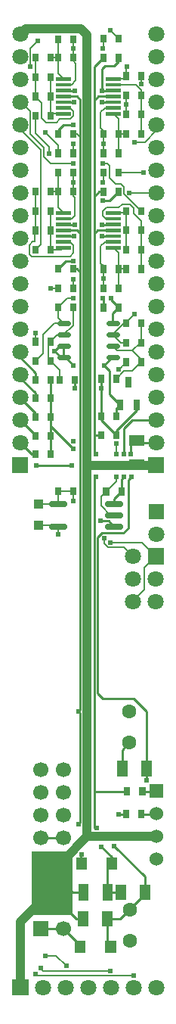
<source format=gtl>
G04 Layer: TopLayer*
G04 EasyEDA v6.4.19.5, 2021-06-09T13:24:33+02:00*
G04 4d0a35ba0e1948c19c820806b4e2a2d6,fb9c11b3819f4bbabdc06984e21ef5f2,10*
G04 Gerber Generator version 0.2*
G04 Scale: 100 percent, Rotated: No, Reflected: No *
G04 Dimensions in millimeters *
G04 leading zeros omitted , absolute positions ,4 integer and 5 decimal *
%FSLAX45Y45*%
%MOMM*%

%ADD10C,0.2540*%
%ADD11C,1.0000*%
%ADD12C,0.1270*%
%ADD13C,0.6500*%
%ADD14C,0.6000*%
%ADD15C,0.6096*%
%ADD16R,0.7000X0.9000*%
%ADD17R,1.0000X1.0000*%
%ADD18R,1.8000X1.1500*%
%ADD19R,1.2000X1.4000*%
%ADD20R,1.1500X1.8000*%
%ADD21R,0.7000X1.2500*%
%ADD23R,1.8000X1.8000*%
%ADD24C,1.8000*%
%ADD25C,1.6000*%
%ADD27C,1.7000*%
%ADD29C,1.5240*%

%LPD*%
G36*
X270916Y-9982200D02*
G01*
X267004Y-9981438D01*
X263702Y-9979202D01*
X256997Y-9972497D01*
X254762Y-9969195D01*
X254000Y-9965283D01*
X254000Y-9281160D01*
X254762Y-9277248D01*
X256997Y-9273997D01*
X260248Y-9271762D01*
X264160Y-9271000D01*
X701040Y-9271000D01*
X704951Y-9271762D01*
X708202Y-9273997D01*
X710438Y-9277248D01*
X711200Y-9281160D01*
X711200Y-9972040D01*
X710438Y-9975951D01*
X708202Y-9979202D01*
X704951Y-9981438D01*
X701040Y-9982200D01*
G37*

%LPD*%
D10*
X1270000Y-8344915D02*
G01*
X1270000Y-8135112D01*
X1350010Y-8055102D01*
D11*
X876300Y-9105900D02*
G01*
X876300Y-8136100D01*
X876300Y-8136100D02*
G01*
X876300Y-6629400D01*
D10*
X1104900Y-10029952D02*
G01*
X1245107Y-10029952D01*
X1525015Y-9750044D01*
X1525015Y-9729978D01*
D12*
X1168907Y-630428D02*
G01*
X1311910Y-630428D01*
X1311910Y-596900D01*
X1168907Y-2129028D02*
G01*
X1311910Y-2129028D01*
X1311910Y-2108200D01*
D10*
X1651000Y-4699000D02*
G01*
X1453895Y-4699000D01*
X1412494Y-4657597D01*
X1364995Y-4705095D01*
X1364995Y-4830063D01*
X975105Y-5080000D02*
G01*
X955039Y-5100065D01*
X955039Y-9009887D01*
X979931Y-9009887D01*
X780008Y-7704988D02*
G01*
X800100Y-7725079D01*
X800100Y-8949890D01*
X780008Y-8969982D01*
X1484884Y-8854947D02*
G01*
X1649984Y-8852915D01*
X1495044Y-8599931D02*
G01*
X1649984Y-8598915D01*
X609092Y-825500D02*
G01*
X762000Y-825500D01*
X800100Y-863600D01*
X800100Y-7684896D01*
X780008Y-7704988D01*
X1229997Y-8854983D02*
G01*
X1315008Y-8854983D01*
X954999Y-8606000D02*
G01*
X961016Y-8599982D01*
X1325008Y-8599982D01*
X1540002Y-8479993D02*
G01*
X1539999Y-8479990D01*
X1539999Y-8344992D01*
X1524998Y-9729980D02*
G01*
X1524998Y-9554979D01*
X1180007Y-9209989D01*
X1150002Y-9409973D02*
G01*
X1150002Y-9334985D01*
X1034999Y-9219981D01*
X355600Y-9118600D02*
G01*
X609600Y-9118600D01*
X810005Y-9304985D02*
G01*
X809995Y-9304995D01*
X809995Y-9409973D01*
X1140002Y-10339976D02*
G01*
X1104999Y-10304973D01*
X1104999Y-10029979D01*
X1104988Y-9729970D02*
G01*
X1254996Y-9729980D01*
X1150002Y-9409973D02*
G01*
X1104988Y-9454987D01*
X1104988Y-9729970D01*
X609600Y-9626600D02*
G01*
X712970Y-9729970D01*
X834986Y-9729970D01*
X609600Y-9880600D02*
G01*
X758979Y-10029979D01*
X834997Y-10029979D01*
X609600Y-10134600D02*
G01*
X799998Y-10324998D01*
X799998Y-10339976D01*
X355600Y-10134600D02*
G01*
X609600Y-10134600D01*
X955039Y-2362200D02*
G01*
X992631Y-2324100D01*
X1168907Y-2324100D01*
X955039Y-1962150D02*
G01*
X955039Y-1944623D01*
X1007871Y-1892300D01*
X1057910Y-1892300D01*
X734999Y-4094987D02*
G01*
X734999Y-4094987D01*
X734999Y-3999992D01*
X1034999Y-3984980D02*
G01*
X1034999Y-4094985D01*
X1034999Y-4094987D01*
X1245006Y-4274972D02*
G01*
X1204998Y-4314979D01*
X1204998Y-4404995D01*
X1034999Y-4404995D02*
G01*
X1034999Y-4095008D01*
X1035006Y-4095000D01*
X955039Y-873760D02*
G01*
X954999Y-495000D01*
X1057910Y-393700D01*
X1168907Y-825500D02*
G01*
X1003300Y-825500D01*
X954999Y-873800D01*
X954999Y-4804978D01*
X975004Y-4824984D01*
D12*
X299999Y-10644987D02*
G01*
X314987Y-10659976D01*
X1394990Y-10659976D01*
D10*
X800100Y-2359169D02*
G01*
X765030Y-2324100D01*
X608990Y-2324100D01*
X800100Y-2796473D02*
G01*
X759526Y-2755900D01*
X719988Y-2755900D01*
D12*
X237007Y-491007D02*
G01*
X237007Y-287982D01*
X319986Y-205003D01*
D10*
X615010Y-3746500D02*
G01*
X581505Y-3746500D01*
X509998Y-3674993D01*
X615010Y-3619500D02*
G01*
X565492Y-3619500D01*
X509998Y-3674993D01*
D12*
X439999Y-3784993D02*
G01*
X439999Y-3569093D01*
D10*
X700001Y-4953000D02*
G01*
X698019Y-4954981D01*
X305003Y-4954981D01*
X1227988Y-3187700D02*
G01*
X1162989Y-3252698D01*
X1162989Y-3365500D01*
X1227988Y-3187700D02*
G01*
X1143000Y-3102711D01*
X1143000Y-3086100D01*
D12*
X1482089Y-2330704D02*
G01*
X1485900Y-2326894D01*
X1485900Y-2222500D01*
X1397000Y-2133600D01*
X1397000Y-2071878D01*
X1357121Y-2032000D01*
X1270000Y-2032000D01*
X1231900Y-2070100D01*
X1092200Y-2070100D01*
X1054100Y-2108200D01*
X1054100Y-2159000D01*
X1089152Y-2194052D01*
X1168907Y-2194052D01*
X1482089Y-2108200D02*
G01*
X1290065Y-1916176D01*
X1290065Y-1836165D01*
X1257300Y-1803400D01*
X1193800Y-1803400D01*
X1130300Y-1739900D01*
X1130300Y-1600200D01*
X1104900Y-1574800D01*
X1054100Y-1574800D01*
D11*
X876300Y-1996635D02*
G01*
X876300Y-2258474D01*
X876300Y-2258474D02*
G01*
X876300Y-2386451D01*
D10*
X1651000Y-4445000D02*
G01*
X1385062Y-4445000D01*
X1289989Y-4540072D01*
X1289989Y-4829987D01*
X464987Y-4414992D02*
G01*
X464987Y-4509988D01*
X719988Y-4764989D01*
X464987Y-4619990D02*
G01*
X464987Y-4824991D01*
X464987Y-4414992D02*
G01*
X464987Y-4619990D01*
X464987Y-4204992D02*
G01*
X464987Y-4414992D01*
X464987Y-3994993D02*
G01*
X464987Y-4204992D01*
X127000Y-4699000D02*
G01*
X252991Y-4824991D01*
X295010Y-4824991D01*
X127000Y-4445000D02*
G01*
X295010Y-4613010D01*
X295010Y-4619990D01*
X127000Y-4191000D02*
G01*
X127000Y-4201993D01*
X295010Y-4370003D01*
X295010Y-4414992D01*
X127000Y-3937000D02*
G01*
X127000Y-3976992D01*
X295010Y-4145003D01*
X295010Y-4204992D01*
X127000Y-3683000D02*
G01*
X127000Y-3747007D01*
X295000Y-3924993D01*
X295000Y-4004993D01*
D12*
X565022Y-3999992D02*
G01*
X565022Y-3883637D01*
X465985Y-3784600D01*
X719988Y-1575003D02*
G01*
X465023Y-1575003D01*
X393700Y-1503679D01*
X393700Y-1397000D01*
X241300Y-1244600D01*
X241300Y-990600D01*
X139700Y-889000D01*
X127000Y-889000D01*
X296014Y-1041400D02*
G01*
X296014Y-1236012D01*
X450011Y-1390009D01*
X450011Y-1464995D01*
D11*
X876300Y-3841750D02*
G01*
X876300Y-4953000D01*
X876300Y-1152085D02*
G01*
X876300Y-1996635D01*
X127000Y-127000D02*
G01*
X183895Y-70104D01*
X806704Y-70104D01*
X876300Y-139700D01*
X876300Y-887984D01*
X876300Y-9105900D02*
G01*
X1648917Y-9105900D01*
X1650009Y-9106992D01*
X127990Y-10794974D02*
G01*
X127990Y-10056901D01*
X304292Y-9880600D01*
X355600Y-9880600D01*
X876300Y-4953000D02*
G01*
X1651000Y-4953000D01*
D12*
X1204998Y-4829987D02*
G01*
X1204998Y-4704996D01*
X1205001Y-4704994D01*
X1054999Y-287296D02*
G01*
X1058011Y-284284D01*
X1058011Y-177800D01*
X1139192Y-88900D02*
G01*
X1139192Y-88900D01*
X1228092Y-177800D01*
X405003Y-10439984D02*
G01*
X530021Y-10439984D01*
X645007Y-10554970D01*
X354990Y-10579988D02*
G01*
X384990Y-10609988D01*
X1140005Y-10609988D01*
X1227988Y-1676400D02*
G01*
X1511300Y-1676400D01*
X550011Y-2971800D02*
G01*
X469900Y-2971800D01*
X296014Y-3568700D02*
G01*
X294995Y-3567681D01*
X294995Y-3469995D01*
X1481985Y-596900D02*
G01*
X1485900Y-600814D01*
X1485900Y-685800D01*
X1482089Y-2108200D02*
G01*
X1482089Y-2091689D01*
X1410004Y-3259988D02*
G01*
X1312014Y-3357979D01*
X1312014Y-3365500D01*
X1651000Y-1143000D02*
G01*
X1651000Y-1206500D01*
X1522501Y-1334998D01*
X1410004Y-1334998D01*
X1350010Y-1905000D02*
G01*
X1651000Y-1905000D01*
X550011Y-3187700D02*
G01*
X651611Y-3086100D01*
X723900Y-3086100D01*
X1162989Y-3492500D02*
G01*
X1289989Y-3365500D01*
X1312011Y-3365500D01*
D10*
X1066800Y-3835400D02*
G01*
X1155700Y-3746500D01*
X1162992Y-3746500D01*
X723900Y-3835400D02*
G01*
X635000Y-3746500D01*
X615007Y-3746500D01*
D12*
X1379948Y-3670300D02*
G01*
X1481988Y-3772339D01*
X1481988Y-3797300D01*
X1481988Y-3581400D02*
G01*
X1481988Y-3365500D01*
X1162989Y-3619500D02*
G01*
X1213789Y-3670300D01*
X1384300Y-3670300D01*
X1473200Y-3581400D01*
X1481988Y-3581400D01*
X1162989Y-3492500D02*
G01*
X1251889Y-3581400D01*
X1312011Y-3581400D01*
D10*
X1054100Y-3086100D02*
G01*
X1058011Y-3090011D01*
X1058011Y-3187700D01*
D12*
X296011Y-3784600D02*
G01*
X381000Y-3699611D01*
X381000Y-3492500D01*
X508000Y-3365500D01*
X615010Y-3365500D01*
X465988Y-3568700D02*
G01*
X542188Y-3492500D01*
X615010Y-3492500D01*
X615010Y-3492500D02*
G01*
X719988Y-3387521D01*
X719988Y-3187700D01*
X615010Y-3365500D02*
G01*
X550011Y-3300501D01*
X550011Y-3187700D01*
D10*
X723900Y-2667000D02*
G01*
X638911Y-2667000D01*
X550011Y-2755900D01*
D12*
X723900Y-2870200D02*
G01*
X719988Y-2874111D01*
X719988Y-2971800D01*
X296011Y-2324100D02*
G01*
X292100Y-2328011D01*
X292100Y-2451100D01*
X266700Y-2451100D01*
X228600Y-2489200D01*
X228600Y-2590800D01*
X254000Y-2616200D01*
X685800Y-2616200D01*
X723900Y-2578100D01*
X723900Y-2489200D01*
X688797Y-2454097D01*
X608990Y-2454097D01*
X296011Y-825500D02*
G01*
X368300Y-897788D01*
X368300Y-1066800D01*
X419100Y-1117600D01*
X533400Y-1117600D01*
X571500Y-1079500D01*
X685800Y-1079500D01*
X723900Y-1041400D01*
X723900Y-990600D01*
X688797Y-955497D01*
X608990Y-955497D01*
X406400Y-1231900D02*
G01*
X550011Y-1375511D01*
X550011Y-1460500D01*
D10*
X723900Y-1143000D02*
G01*
X609600Y-1143000D01*
X550014Y-1202585D01*
X550014Y-1244600D01*
X1054100Y-1993900D02*
G01*
X1126489Y-1993900D01*
X1228089Y-1892300D01*
D12*
X1481988Y-2540000D02*
G01*
X1481988Y-2324100D01*
X1481988Y-2755900D02*
G01*
X1481988Y-2540000D01*
X1227988Y-2755900D02*
G01*
X1312011Y-2755900D01*
X1227988Y-2755900D02*
G01*
X1227988Y-2971800D01*
X1058011Y-2755900D02*
G01*
X1058011Y-2866867D01*
X1058011Y-2866867D02*
G01*
X1058011Y-2971800D01*
X1312011Y-2324100D02*
G01*
X1312011Y-2540000D01*
X1312011Y-2108200D02*
G01*
X1312011Y-2324100D01*
D10*
X1045006Y-2389987D02*
G01*
X1168046Y-2389987D01*
X1168907Y-2389126D01*
X1045006Y-2259990D02*
G01*
X1167993Y-2259990D01*
X1168907Y-2259073D01*
D12*
X1169009Y-2454097D02*
G01*
X1076502Y-2454097D01*
X1028700Y-2501900D01*
X1028700Y-2692400D01*
X1058011Y-2721711D01*
X1058011Y-2755900D01*
X1169009Y-2519095D02*
G01*
X1227988Y-2578074D01*
X1227988Y-2755900D01*
X296011Y-2540000D02*
G01*
X355600Y-2480411D01*
X355600Y-1422400D01*
X127000Y-1193800D01*
X127000Y-1143000D01*
X465988Y-2324100D02*
G01*
X465988Y-2108200D01*
X465988Y-2540000D02*
G01*
X465988Y-2324100D01*
X608990Y-2519095D02*
G01*
X588086Y-2540000D01*
X465988Y-2540000D01*
D10*
X734999Y-2259990D02*
G01*
X610006Y-2259990D01*
X609092Y-2259073D01*
X608992Y-2389101D02*
G01*
X609879Y-2389987D01*
X729995Y-2389987D01*
D12*
X296011Y-2108200D02*
G01*
X296011Y-2324100D01*
X296011Y-1892300D02*
G01*
X296011Y-2108200D01*
X550011Y-1892300D02*
G01*
X465988Y-1892300D01*
X608990Y-2129104D02*
G01*
X550011Y-2070125D01*
X550011Y-1892300D01*
X608990Y-2194102D02*
G01*
X701497Y-2194102D01*
X736600Y-2159000D01*
X736600Y-1955800D01*
X719988Y-1939188D01*
X719988Y-1892300D01*
X1054100Y-1790700D02*
G01*
X1058011Y-1786788D01*
X1058011Y-1676400D01*
X719988Y-1676400D02*
G01*
X719988Y-1786359D01*
X719988Y-1786359D02*
G01*
X719988Y-1892300D01*
X550011Y-1676400D02*
G01*
X550011Y-1892300D01*
X1481988Y-1028700D02*
G01*
X1481988Y-812800D01*
X1481988Y-1244600D02*
G01*
X1481988Y-1028700D01*
X723900Y-1358900D02*
G01*
X719988Y-1362811D01*
X719988Y-1460500D01*
X1058011Y-1244600D02*
G01*
X1058011Y-1358122D01*
X1058011Y-1358122D02*
G01*
X1058011Y-1460500D01*
X1227988Y-1244600D02*
G01*
X1227988Y-1460500D01*
X1227988Y-1244600D02*
G01*
X1312011Y-1244600D01*
X1169009Y-1020495D02*
G01*
X1227988Y-1079474D01*
X1227988Y-1244600D01*
X1169009Y-955497D02*
G01*
X1076502Y-955497D01*
X1028700Y-1003300D01*
X1028700Y-1181100D01*
X1058011Y-1210411D01*
X1058011Y-1244600D01*
X1320800Y-495300D02*
G01*
X1312011Y-504088D01*
X1312011Y-596900D01*
X1312011Y-812800D02*
G01*
X1312011Y-914400D01*
X1312011Y-914400D02*
G01*
X1312011Y-1028700D01*
X1169009Y-695502D02*
G01*
X1172006Y-698500D01*
X1422400Y-698500D01*
X1481988Y-758088D01*
X1481988Y-812800D01*
D10*
X1045006Y-759993D02*
G01*
X1045006Y-517093D01*
X1079500Y-482600D01*
X1181100Y-482600D01*
X1227985Y-435714D01*
X1227985Y-393700D01*
D12*
X800100Y-1280759D02*
G01*
X763940Y-1244600D01*
X719988Y-1244600D01*
D10*
X1045006Y-759993D02*
G01*
X1168427Y-759993D01*
X1168907Y-760473D01*
X609092Y-760473D02*
G01*
X609572Y-759993D01*
X734999Y-759993D01*
X729995Y-889990D02*
G01*
X609625Y-889990D01*
X609092Y-890526D01*
X1045006Y-889990D02*
G01*
X1168374Y-889990D01*
X1168907Y-890526D01*
D12*
X465988Y-1041400D02*
G01*
X465988Y-825500D01*
X465988Y-609600D02*
G01*
X465988Y-825500D01*
X465988Y-1041400D02*
G01*
X486892Y-1020495D01*
X608990Y-1020495D01*
X296011Y-609600D02*
G01*
X296011Y-825500D01*
X296011Y-393700D02*
G01*
X296011Y-609600D01*
X719988Y-393700D02*
G01*
X719988Y-287296D01*
X719985Y-287294D02*
G01*
X719985Y-189994D01*
X719988Y-189992D01*
X550014Y-393700D02*
G01*
X550014Y-189994D01*
X550011Y-189992D01*
X550011Y-393700D02*
G01*
X465988Y-393700D01*
X608990Y-630504D02*
G01*
X550011Y-571525D01*
X550011Y-393700D01*
X608990Y-695502D02*
G01*
X701497Y-695502D01*
X749300Y-647700D01*
X749300Y-457200D01*
X719988Y-427888D01*
X719988Y-393700D01*
D11*
X876300Y-4953000D02*
G01*
X876300Y-6629400D01*
X876300Y-3087496D02*
G01*
X876300Y-3841877D01*
X876300Y-2674553D02*
G01*
X876300Y-3087496D01*
X876300Y-2386451D02*
G01*
X876300Y-2674553D01*
X876300Y-887973D02*
G01*
X876300Y-1152085D01*
X876300Y-9105900D02*
G01*
X609600Y-9372600D01*
D10*
X615010Y-3746500D02*
G01*
X615010Y-3619500D01*
D12*
X1205001Y-3984980D02*
G01*
X1205003Y-3984980D01*
X1290065Y-3899915D01*
X1379476Y-3899915D01*
X1482092Y-3797300D01*
X1312014Y-3797300D02*
G01*
X1234315Y-3874998D01*
X1229995Y-3874998D01*
D10*
X1204998Y-4615004D02*
G01*
X1034999Y-4445005D01*
X1034999Y-4404995D01*
X1034999Y-4615002D02*
G01*
X954999Y-4615002D01*
X954999Y-4589990D01*
X1204998Y-4615004D02*
G01*
X1204998Y-4568278D01*
X1434998Y-4338279D01*
X1434998Y-4274972D01*
X1245006Y-4274972D02*
G01*
X1124999Y-4154965D01*
X1124999Y-3893599D01*
X1066800Y-3835400D01*
D12*
X1179984Y-5509988D02*
G01*
X1139997Y-5509988D01*
X1034999Y-5404990D01*
X1034999Y-5300014D01*
X1090015Y-5244998D01*
X1090015Y-5244998D02*
G01*
X1204998Y-5130015D01*
X1204998Y-5080000D01*
D10*
X1540002Y-8344915D02*
G01*
X1540002Y-7705089D01*
X1399794Y-7564881D01*
X1054862Y-7564881D01*
X994918Y-7504937D01*
X994918Y-5759957D01*
X1044955Y-5709920D01*
X1279905Y-5709920D01*
X1335023Y-5655055D01*
X1335023Y-5115052D01*
X1370076Y-5080000D01*
D12*
X1647007Y-5970993D02*
G01*
X1519996Y-6098004D01*
X1519996Y-6339987D01*
X1393007Y-6466977D01*
X1393007Y-6478993D01*
X1647007Y-5970996D02*
G01*
X1491010Y-5814999D01*
X1134998Y-5814999D01*
X1393007Y-5970996D02*
G01*
X1292001Y-5869985D01*
X1109997Y-5869985D01*
X1064996Y-5824984D01*
X1064996Y-5769990D01*
X555000Y-5724989D02*
G01*
X550064Y-5720054D01*
X550064Y-5636988D01*
X719985Y-5354977D02*
G01*
X719985Y-5240022D01*
X720013Y-5239994D01*
X550011Y-5239994D02*
G01*
X550011Y-5382988D01*
X550014Y-5382988D01*
X549910Y-5383021D02*
G01*
X329945Y-5385054D01*
X550064Y-5636988D02*
G01*
X538071Y-5624995D01*
X330004Y-5624995D01*
D10*
X1289992Y-5080000D02*
G01*
X1259992Y-5109999D01*
X1259992Y-5244998D01*
X1259992Y-5244998D02*
G01*
X1179984Y-5325005D01*
X1179984Y-5382988D01*
X1179984Y-5636988D02*
G01*
X1117986Y-5574990D01*
X1024999Y-5574990D01*
D12*
X550001Y-5239989D02*
G01*
X595007Y-5239994D01*
X720013Y-5239994D01*
D13*
X1112484Y-5636996D02*
G01*
X1247482Y-5636996D01*
X482513Y-5382996D02*
G01*
X617512Y-5382996D01*
X482564Y-5636996D02*
G01*
X617562Y-5636996D01*
X1112484Y-5509996D02*
G01*
X1247482Y-5509996D01*
X1112484Y-5382996D02*
G01*
X1247482Y-5382996D01*
D14*
X1116990Y-3746500D02*
G01*
X1208989Y-3746500D01*
X1116990Y-3619500D02*
G01*
X1208989Y-3619500D01*
X1116990Y-3492500D02*
G01*
X1208989Y-3492500D01*
X1116990Y-3365500D02*
G01*
X1208989Y-3365500D01*
X569010Y-3746500D02*
G01*
X661012Y-3746500D01*
X569010Y-3619500D02*
G01*
X661012Y-3619500D01*
X569010Y-3492500D02*
G01*
X661012Y-3492500D01*
X569010Y-3365500D02*
G01*
X661012Y-3365500D01*
D16*
G01*
X550011Y-5239994D03*
G01*
X719988Y-5239994D03*
D17*
G01*
X329996Y-5624982D03*
G01*
X329996Y-5385003D03*
D18*
G01*
X1429994Y-4674996D03*
G01*
X1429994Y-4944998D03*
D19*
G01*
X1150010Y-9409988D03*
G01*
X810005Y-9409988D03*
G36*
X739998Y-10269979D02*
G01*
X859998Y-10269979D01*
X859998Y-10409979D01*
X739998Y-10409979D01*
G37*
G36*
X1079997Y-10269979D02*
G01*
X1199997Y-10269979D01*
X1199997Y-10409979D01*
X1079997Y-10409979D01*
G37*
D16*
G01*
X294995Y-4824984D03*
G01*
X464997Y-4824984D03*
G01*
X294995Y-4619980D03*
G01*
X464997Y-4619980D03*
G01*
X294995Y-4415002D03*
G01*
X464997Y-4415002D03*
G01*
X294995Y-4204995D03*
G01*
X464997Y-4204995D03*
G01*
X294995Y-3994988D03*
G01*
X464997Y-3994988D03*
G36*
X1449997Y-8809982D02*
G01*
X1519999Y-8809982D01*
X1519999Y-8899984D01*
X1449997Y-8899984D01*
G37*
G36*
X1279994Y-8809982D02*
G01*
X1349997Y-8809982D01*
X1349997Y-8899984D01*
X1279994Y-8899984D01*
G37*
G36*
X1459997Y-8554981D02*
G01*
X1529999Y-8554981D01*
X1529999Y-8644983D01*
X1459997Y-8644983D01*
G37*
G36*
X1289994Y-8554981D02*
G01*
X1359997Y-8554981D01*
X1359997Y-8644983D01*
X1289994Y-8644983D01*
G37*
G01*
X1205001Y-4404995D03*
G01*
X1034999Y-4404995D03*
D20*
G01*
X1105001Y-10029977D03*
G01*
X834999Y-10029977D03*
G01*
X1524990Y-9729978D03*
G01*
X1254988Y-9729978D03*
G36*
X1212499Y-8254984D02*
G01*
X1327497Y-8254984D01*
X1327497Y-8434984D01*
X1212499Y-8434984D01*
G37*
G36*
X1482498Y-8254984D02*
G01*
X1597497Y-8254984D01*
X1597497Y-8434984D01*
X1482498Y-8434984D01*
G37*
G36*
X777499Y-9639980D02*
G01*
X892497Y-9639980D01*
X892497Y-9819980D01*
X777499Y-9819980D01*
G37*
G36*
X1047498Y-9639980D02*
G01*
X1162497Y-9639980D01*
X1162497Y-9819980D01*
X1047498Y-9819980D01*
G37*
D16*
G01*
X719988Y-1892300D03*
G01*
X550011Y-1892300D03*
G36*
X260997Y-2279098D02*
G01*
X331000Y-2279098D01*
X331000Y-2369101D01*
X260997Y-2369101D01*
G37*
G36*
X430999Y-2279098D02*
G01*
X501002Y-2279098D01*
X501002Y-2369101D01*
X430999Y-2369101D01*
G37*
G36*
X1022997Y-2710898D02*
G01*
X1093000Y-2710898D01*
X1093000Y-2800901D01*
X1022997Y-2800901D01*
G37*
G36*
X1192999Y-2710898D02*
G01*
X1263002Y-2710898D01*
X1263002Y-2800901D01*
X1192999Y-2800901D01*
G37*
G01*
X1481988Y-2324100D03*
G01*
X1312011Y-2324100D03*
G01*
X719988Y-393700D03*
G01*
X550011Y-393700D03*
G36*
X260997Y-780498D02*
G01*
X331000Y-780498D01*
X331000Y-870501D01*
X260997Y-870501D01*
G37*
G36*
X430999Y-780498D02*
G01*
X501002Y-780498D01*
X501002Y-870501D01*
X430999Y-870501D01*
G37*
G36*
X1022997Y-1199598D02*
G01*
X1093000Y-1199598D01*
X1093000Y-1289601D01*
X1022997Y-1289601D01*
G37*
G36*
X1192999Y-1199598D02*
G01*
X1263002Y-1199598D01*
X1263002Y-1289601D01*
X1192999Y-1289601D01*
G37*
G01*
X1481988Y-812800D03*
G01*
X1312011Y-812800D03*
G36*
X1224998Y-5199989D02*
G01*
X1295001Y-5199989D01*
X1295001Y-5289991D01*
X1224998Y-5289991D01*
G37*
G36*
X1054996Y-5199989D02*
G01*
X1124999Y-5199989D01*
X1124999Y-5289991D01*
X1054996Y-5289991D01*
G37*
G36*
X1446999Y-3752298D02*
G01*
X1517002Y-3752298D01*
X1517002Y-3842301D01*
X1446999Y-3842301D01*
G37*
G36*
X1276997Y-3752298D02*
G01*
X1347000Y-3752298D01*
X1347000Y-3842301D01*
X1276997Y-3842301D01*
G37*
G36*
X430999Y-3523698D02*
G01*
X501002Y-3523698D01*
X501002Y-3613701D01*
X430999Y-3613701D01*
G37*
G36*
X260997Y-3523698D02*
G01*
X331000Y-3523698D01*
X331000Y-3613701D01*
X260997Y-3613701D01*
G37*
G01*
X1058011Y-1676400D03*
G01*
X1227988Y-1676400D03*
G36*
X684999Y-2926798D02*
G01*
X755002Y-2926798D01*
X755002Y-3016801D01*
X684999Y-3016801D01*
G37*
G36*
X514997Y-2926798D02*
G01*
X585000Y-2926798D01*
X585000Y-3016801D01*
X514997Y-3016801D01*
G37*
G01*
X296011Y-1892300D03*
G01*
X465988Y-1892300D03*
G36*
X1446999Y-2710898D02*
G01*
X1517002Y-2710898D01*
X1517002Y-2800901D01*
X1446999Y-2800901D01*
G37*
G36*
X1276997Y-2710898D02*
G01*
X1347000Y-2710898D01*
X1347000Y-2800901D01*
X1276997Y-2800901D01*
G37*
G01*
X550011Y-1676400D03*
G01*
X719988Y-1676400D03*
G36*
X1192999Y-2926798D02*
G01*
X1263002Y-2926798D01*
X1263002Y-3016801D01*
X1192999Y-3016801D01*
G37*
G36*
X1022997Y-2926798D02*
G01*
X1093000Y-2926798D01*
X1093000Y-3016801D01*
X1022997Y-3016801D01*
G37*
G36*
X1192999Y-1415498D02*
G01*
X1263002Y-1415498D01*
X1263002Y-1505501D01*
X1192999Y-1505501D01*
G37*
G36*
X1022997Y-1415498D02*
G01*
X1093000Y-1415498D01*
X1093000Y-1505501D01*
X1022997Y-1505501D01*
G37*
G01*
X550011Y-189992D03*
G01*
X719988Y-189992D03*
G36*
X1446999Y-1199598D02*
G01*
X1517002Y-1199598D01*
X1517002Y-1289601D01*
X1446999Y-1289601D01*
G37*
G36*
X1276997Y-1199598D02*
G01*
X1347000Y-1199598D01*
X1347000Y-1289601D01*
X1276997Y-1289601D01*
G37*
G01*
X296011Y-393700D03*
G01*
X465988Y-393700D03*
G01*
X1312011Y-1028700D03*
G01*
X1481988Y-1028700D03*
G36*
X430999Y-564598D02*
G01*
X501002Y-564598D01*
X501002Y-654601D01*
X430999Y-654601D01*
G37*
G36*
X260997Y-564598D02*
G01*
X331000Y-564598D01*
X331000Y-654601D01*
X260997Y-654601D01*
G37*
G01*
X1312011Y-3581400D03*
G01*
X1481988Y-3581400D03*
G01*
X296011Y-3784600D03*
G01*
X465988Y-3784600D03*
G01*
X296011Y-2540000D03*
G01*
X465988Y-2540000D03*
G36*
X1446999Y-2063198D02*
G01*
X1517002Y-2063198D01*
X1517002Y-2153201D01*
X1446999Y-2153201D01*
G37*
G36*
X1276997Y-2063198D02*
G01*
X1347000Y-2063198D01*
X1347000Y-2153201D01*
X1276997Y-2153201D01*
G37*
G36*
X1446999Y-551898D02*
G01*
X1517002Y-551898D01*
X1517002Y-641901D01*
X1446999Y-641901D01*
G37*
G36*
X1276997Y-551898D02*
G01*
X1347000Y-551898D01*
X1347000Y-641901D01*
X1276997Y-641901D01*
G37*
G01*
X296011Y-1041400D03*
G01*
X465988Y-1041400D03*
D21*
G01*
X1245006Y-4274972D03*
G01*
X1434998Y-4274972D03*
G01*
X1340002Y-4025036D03*
G36*
X523999Y-2109104D02*
G01*
X693999Y-2109104D01*
X693999Y-2149104D01*
X523999Y-2149104D01*
G37*
G36*
X523999Y-2174102D02*
G01*
X693999Y-2174102D01*
X693999Y-2214102D01*
X523999Y-2214102D01*
G37*
G36*
X523999Y-2239101D02*
G01*
X693999Y-2239101D01*
X693999Y-2279101D01*
X523999Y-2279101D01*
G37*
G36*
X523999Y-2304100D02*
G01*
X693999Y-2304100D01*
X693999Y-2344099D01*
X523999Y-2344099D01*
G37*
G36*
X523999Y-2369098D02*
G01*
X693999Y-2369098D01*
X693999Y-2409098D01*
X523999Y-2409098D01*
G37*
G36*
X523999Y-2434097D02*
G01*
X693999Y-2434097D01*
X693999Y-2474097D01*
X523999Y-2474097D01*
G37*
G36*
X523999Y-2499095D02*
G01*
X693999Y-2499095D01*
X693999Y-2539095D01*
X523999Y-2539095D01*
G37*
G36*
X1084000Y-2499095D02*
G01*
X1254000Y-2499095D01*
X1254000Y-2539095D01*
X1084000Y-2539095D01*
G37*
G36*
X1084000Y-2434097D02*
G01*
X1254000Y-2434097D01*
X1254000Y-2474097D01*
X1084000Y-2474097D01*
G37*
G36*
X1084000Y-2369098D02*
G01*
X1254000Y-2369098D01*
X1254000Y-2409098D01*
X1084000Y-2409098D01*
G37*
G36*
X1084000Y-2304100D02*
G01*
X1254000Y-2304100D01*
X1254000Y-2344099D01*
X1084000Y-2344099D01*
G37*
G36*
X1084000Y-2239101D02*
G01*
X1254000Y-2239101D01*
X1254000Y-2279101D01*
X1084000Y-2279101D01*
G37*
G36*
X1084000Y-2174102D02*
G01*
X1254000Y-2174102D01*
X1254000Y-2214102D01*
X1084000Y-2214102D01*
G37*
G36*
X1084000Y-2109104D02*
G01*
X1254000Y-2109104D01*
X1254000Y-2149104D01*
X1084000Y-2149104D01*
G37*
G36*
X523999Y-610504D02*
G01*
X693999Y-610504D01*
X693999Y-650504D01*
X523999Y-650504D01*
G37*
G36*
X523999Y-675502D02*
G01*
X693999Y-675502D01*
X693999Y-715502D01*
X523999Y-715502D01*
G37*
G36*
X523999Y-740501D02*
G01*
X693999Y-740501D01*
X693999Y-780501D01*
X523999Y-780501D01*
G37*
G36*
X523999Y-805500D02*
G01*
X693999Y-805500D01*
X693999Y-845499D01*
X523999Y-845499D01*
G37*
G36*
X523999Y-870498D02*
G01*
X693999Y-870498D01*
X693999Y-910498D01*
X523999Y-910498D01*
G37*
G36*
X523999Y-935497D02*
G01*
X693999Y-935497D01*
X693999Y-975497D01*
X523999Y-975497D01*
G37*
G36*
X523999Y-1000495D02*
G01*
X693999Y-1000495D01*
X693999Y-1040495D01*
X523999Y-1040495D01*
G37*
G36*
X1084000Y-1000495D02*
G01*
X1254000Y-1000495D01*
X1254000Y-1040495D01*
X1084000Y-1040495D01*
G37*
G36*
X1084000Y-935497D02*
G01*
X1254000Y-935497D01*
X1254000Y-975497D01*
X1084000Y-975497D01*
G37*
G36*
X1084000Y-870498D02*
G01*
X1254000Y-870498D01*
X1254000Y-910498D01*
X1084000Y-910498D01*
G37*
G36*
X1084000Y-805500D02*
G01*
X1254000Y-805500D01*
X1254000Y-845499D01*
X1084000Y-845499D01*
G37*
G36*
X1084000Y-740501D02*
G01*
X1254000Y-740501D01*
X1254000Y-780501D01*
X1084000Y-780501D01*
G37*
G36*
X1084000Y-675502D02*
G01*
X1254000Y-675502D01*
X1254000Y-715502D01*
X1084000Y-715502D01*
G37*
G36*
X1084000Y-610504D02*
G01*
X1254000Y-610504D01*
X1254000Y-650504D01*
X1084000Y-650504D01*
G37*
G36*
X1169997Y-3939992D02*
G01*
X1240000Y-3939992D01*
X1240000Y-4029994D01*
X1169997Y-4029994D01*
G37*
G36*
X999995Y-3939992D02*
G01*
X1069997Y-3939992D01*
X1069997Y-4029994D01*
X999995Y-4029994D01*
G37*
D16*
G01*
X564997Y-3999992D03*
G01*
X734999Y-3999992D03*
G36*
X684999Y-1415498D02*
G01*
X755002Y-1415498D01*
X755002Y-1505501D01*
X684999Y-1505501D01*
G37*
G36*
X514997Y-1415498D02*
G01*
X585000Y-1415498D01*
X585000Y-1505501D01*
X514997Y-1505501D01*
G37*
G01*
X1058011Y-177800D03*
G01*
X1227988Y-177800D03*
G01*
X1312011Y-2540000D03*
G01*
X1481988Y-2540000D03*
G36*
X430999Y-2063198D02*
G01*
X501002Y-2063198D01*
X501002Y-2153201D01*
X430999Y-2153201D01*
G37*
G36*
X260997Y-2063198D02*
G01*
X331000Y-2063198D01*
X331000Y-2153201D01*
X260997Y-2153201D01*
G37*
G36*
X1022997Y-3142698D02*
G01*
X1093000Y-3142698D01*
X1093000Y-3232701D01*
X1022997Y-3232701D01*
G37*
G36*
X1192999Y-3142698D02*
G01*
X1263002Y-3142698D01*
X1263002Y-3232701D01*
X1192999Y-3232701D01*
G37*
G36*
X1022997Y-348698D02*
G01*
X1093000Y-348698D01*
X1093000Y-438701D01*
X1022997Y-438701D01*
G37*
G36*
X1192999Y-348698D02*
G01*
X1263002Y-348698D01*
X1263002Y-438701D01*
X1192999Y-438701D01*
G37*
G01*
X1481988Y-3365500D03*
G01*
X1312011Y-3365500D03*
G01*
X719988Y-1244600D03*
G01*
X550011Y-1244600D03*
G01*
X719988Y-3187700D03*
G01*
X550011Y-3187700D03*
G36*
X1022997Y-1847298D02*
G01*
X1093000Y-1847298D01*
X1093000Y-1937301D01*
X1022997Y-1937301D01*
G37*
G36*
X1192999Y-1847298D02*
G01*
X1263002Y-1847298D01*
X1263002Y-1937301D01*
X1192999Y-1937301D01*
G37*
G01*
X719988Y-2755900D03*
G01*
X550011Y-2755900D03*
G01*
X1034999Y-4615002D03*
G01*
X1205001Y-4615002D03*
G36*
X37998Y-10704979D02*
G01*
X217998Y-10704979D01*
X217998Y-10884979D01*
X37998Y-10884979D01*
G37*
D24*
G01*
X381990Y-10794974D03*
G01*
X635990Y-10794974D03*
G01*
X889990Y-10794974D03*
G01*
X1143990Y-10794974D03*
G01*
X1397990Y-10794974D03*
G01*
X1651990Y-10794974D03*
G01*
X1393012Y-6479006D03*
G01*
X1647012Y-6479006D03*
G01*
X1393012Y-6225006D03*
G01*
X1647012Y-6225006D03*
G01*
X1393012Y-5971006D03*
G36*
X1556997Y-5880988D02*
G01*
X1556997Y-6060988D01*
X1736996Y-6060988D01*
X1736996Y-5880988D01*
G37*
G01*
X1651000Y-5727700D03*
D23*
G01*
X1651000Y-5473700D03*
D25*
G01*
X1350010Y-8055000D03*
G01*
X1350010Y-7704988D03*
G01*
X1354988Y-9924973D03*
G01*
X1354988Y-10274985D03*
D24*
G01*
X127000Y-127000D03*
G01*
X127000Y-381000D03*
G01*
X127000Y-635000D03*
G01*
X127000Y-889000D03*
G01*
X127000Y-1143000D03*
G01*
X127000Y-1397000D03*
G01*
X127000Y-1651000D03*
G01*
X127000Y-1905000D03*
G01*
X127000Y-2159000D03*
G01*
X127000Y-2413000D03*
G01*
X127000Y-2667000D03*
G01*
X127000Y-2921000D03*
G01*
X127000Y-3175000D03*
G01*
X127000Y-3429000D03*
G01*
X127000Y-3683000D03*
G01*
X127000Y-3937000D03*
G01*
X127000Y-4191000D03*
G01*
X127000Y-4445000D03*
G01*
X127000Y-4699000D03*
G36*
X216999Y-5042999D02*
G01*
X216999Y-4863000D01*
X37000Y-4863000D01*
X37000Y-5042999D01*
G37*
G01*
X1651000Y-127000D03*
G01*
X1651000Y-381000D03*
G01*
X1651000Y-635000D03*
G01*
X1651000Y-889000D03*
G01*
X1651000Y-1143000D03*
G01*
X1651000Y-1397000D03*
G01*
X1651000Y-1651000D03*
G01*
X1651000Y-1905000D03*
G01*
X1651000Y-2159000D03*
G01*
X1651000Y-2413000D03*
G01*
X1651000Y-2667000D03*
G01*
X1651000Y-2921000D03*
G01*
X1651000Y-3175000D03*
G01*
X1651000Y-3429000D03*
G01*
X1651000Y-3683000D03*
G01*
X1651000Y-3937000D03*
G01*
X1651000Y-4191000D03*
G01*
X1651000Y-4445000D03*
G01*
X1651000Y-4699000D03*
G36*
X1740999Y-5042999D02*
G01*
X1740999Y-4863000D01*
X1561000Y-4863000D01*
X1561000Y-5042999D01*
G37*
G36*
X440689Y-10219689D02*
G01*
X440689Y-10049510D01*
X270510Y-10049510D01*
X270510Y-10219689D01*
G37*
D27*
G01*
X609600Y-10134600D03*
G01*
X355600Y-9880600D03*
G01*
X609600Y-9880600D03*
G01*
X355600Y-9626600D03*
G01*
X609600Y-9626600D03*
G01*
X355600Y-9372600D03*
G01*
X609600Y-9372600D03*
G01*
X355600Y-9118600D03*
G01*
X609600Y-9118600D03*
G01*
X355600Y-8864600D03*
G01*
X609600Y-8864600D03*
G01*
X355600Y-8610600D03*
G01*
X609600Y-8610600D03*
G01*
X355600Y-8356600D03*
G01*
X609600Y-8356600D03*
G36*
X1573796Y-8522782D02*
G01*
X1573796Y-8675182D01*
X1726196Y-8675182D01*
X1726196Y-8522782D01*
G37*
D29*
G01*
X1650009Y-8852992D03*
G01*
X1650009Y-9106992D03*
G01*
X1650009Y-9360992D03*
D15*
G01*
X554989Y-5724982D03*
G01*
X719988Y-5354980D03*
G01*
X1064996Y-5769990D03*
G01*
X1134998Y-5814999D03*
G01*
X875004Y-5574995D03*
G01*
X1024991Y-5574995D03*
G01*
X876300Y-887984D03*
G01*
X729995Y-889990D03*
G01*
X1045006Y-889990D03*
G01*
X1045006Y-759993D03*
G01*
X734999Y-759993D03*
G01*
X237007Y-491007D03*
G01*
X1312011Y-914400D03*
G01*
X1320800Y-495300D03*
G01*
X1058011Y-1358112D03*
G01*
X723900Y-1358900D03*
G01*
X719988Y-1786356D03*
G01*
X1054100Y-1790700D03*
G01*
X876300Y-1152093D03*
G01*
X723900Y-1143000D03*
G01*
X876300Y-1996643D03*
G01*
X1054100Y-1993900D03*
G01*
X729995Y-2389987D03*
G01*
X876300Y-2386456D03*
G01*
X734999Y-2259990D03*
G01*
X1045006Y-2389987D03*
G01*
X1045006Y-2259990D03*
G01*
X1054100Y-1574800D03*
G01*
X719988Y-1575003D03*
G01*
X406400Y-1231900D03*
G01*
X876300Y-2674543D03*
G01*
X723900Y-2667000D03*
G01*
X1058011Y-2866872D03*
G01*
X723900Y-2870200D03*
G01*
X876300Y-3087496D03*
G01*
X1054100Y-3086100D03*
G01*
X876300Y-3841877D03*
G01*
X1066800Y-3835400D03*
G01*
X723900Y-3835400D03*
G01*
X734999Y-4094987D03*
G01*
X1143000Y-3086100D03*
G01*
X723900Y-3086100D03*
G01*
X1350010Y-1905000D03*
G01*
X1410004Y-1334998D03*
G01*
X1410004Y-3259988D03*
G01*
X1485900Y-685800D03*
G01*
X450011Y-1464995D03*
G01*
X719988Y-4685004D03*
G01*
X1205001Y-4704994D03*
G01*
X294995Y-3469995D03*
G01*
X469900Y-2971800D03*
G01*
X1511300Y-1676400D03*
G01*
X1229995Y-3874998D03*
G01*
X299999Y-10644987D03*
G01*
X354990Y-10579988D03*
G01*
X1394993Y-10659973D03*
G01*
X1140002Y-10609986D03*
G01*
X405003Y-10439984D03*
G01*
X645007Y-10554970D03*
G01*
X780008Y-8969984D03*
G01*
X980008Y-9009989D03*
G01*
X1034999Y-9219971D03*
G01*
X719988Y-4764989D03*
G01*
X319989Y-205003D03*
G01*
X1139189Y-88900D03*
G01*
X719988Y-287299D03*
G01*
X1054988Y-287299D03*
G01*
X1369999Y-5080000D03*
G01*
X1364995Y-4829987D03*
G01*
X1289989Y-5080000D03*
G01*
X1289989Y-4829987D03*
G01*
X1205001Y-5080000D03*
G01*
X1205001Y-4829987D03*
G01*
X975004Y-4824984D03*
G01*
X975004Y-5080000D03*
G01*
X875004Y-762000D03*
G01*
X876300Y-2258466D03*
G01*
X876300Y-4953000D03*
G01*
X699998Y-4953000D03*
G01*
X305003Y-4954981D03*
G01*
X510006Y-3674998D03*
G01*
X1034999Y-4094987D03*
G01*
X810005Y-9304985D03*
G01*
X1180007Y-9209989D03*
G01*
X1540002Y-8479993D03*
G01*
X1229995Y-8854973D03*
G01*
X780008Y-7704988D03*
G01*
X876300Y-8136102D03*
M02*

</source>
